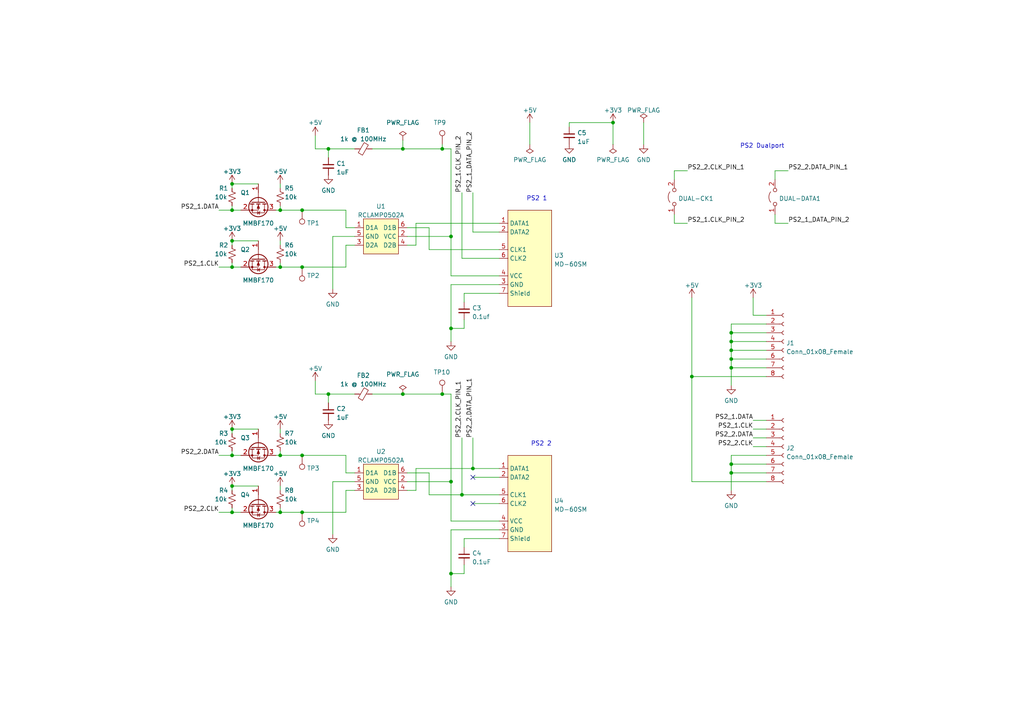
<source format=kicad_sch>
(kicad_sch (version 20211123) (generator eeschema)
  (paper "A4")
  (title_block (title "PS/2 Breakout board"))
  (lib_symbols
    (symbol "Connector:Conn_01x08_Female" (pin_names (offset 1.016) hide)
      (property "Reference" "J" (at 0 10.16 0))
      (property "Value" "Conn_01x08_Female" (at 0 -12.7 0))
      (symbol "Conn_01x08_Female_1_1"
        (arc (start 0 -9.652) (mid -0.508 -10.16) (end 0 -10.668) (stroke (width 0.1524)))
        (arc (start 0 -7.112) (mid -0.508 -7.62) (end 0 -8.128) (stroke (width 0.1524)))
        (arc (start 0 -4.572) (mid -0.508 -5.08) (end 0 -5.588) (stroke (width 0.1524)))
        (arc (start 0 -2.032) (mid -0.508 -2.54) (end 0 -3.048) (stroke (width 0.1524)))
        (polyline (pts (xy -1.27 -10.16) (xy -0.508 -10.16)) (stroke (width 0.1524)))
        (polyline (pts (xy -1.27 -7.62) (xy -0.508 -7.62)) (stroke (width 0.1524)))
        (polyline (pts (xy -1.27 -5.08) (xy -0.508 -5.08)) (stroke (width 0.1524)))
        (polyline (pts (xy -1.27 -2.54) (xy -0.508 -2.54)) (stroke (width 0.1524)))
        (polyline (pts (xy -1.27 0) (xy -0.508 0)) (stroke (width 0.1524)))
        (polyline (pts (xy -1.27 2.54) (xy -0.508 2.54)) (stroke (width 0.1524)))
        (polyline (pts (xy -1.27 5.08) (xy -0.508 5.08)) (stroke (width 0.1524)))
        (polyline (pts (xy -1.27 7.62) (xy -0.508 7.62)) (stroke (width 0.1524)))
        (arc (start 0 0.508) (mid -0.508 0) (end 0 -0.508) (stroke (width 0.1524)))
        (arc (start 0 3.048) (mid -0.508 2.54) (end 0 2.032) (stroke (width 0.1524)))
        (arc (start 0 5.588) (mid -0.508 5.08) (end 0 4.572) (stroke (width 0.1524)))
        (arc (start 0 8.128) (mid -0.508 7.62) (end 0 7.112) (stroke (width 0.1524)))
        (pin passive line (at -5.08 7.62 0) (length 3.81) (name "Pin_1") (number "1"))
        (pin passive line (at -5.08 5.08 0) (length 3.81) (name "Pin_2") (number "2"))
        (pin passive line (at -5.08 2.54 0) (length 3.81) (name "Pin_3") (number "3"))
        (pin passive line (at -5.08 0 0) (length 3.81) (name "Pin_4") (number "4"))
        (pin passive line (at -5.08 -2.54 0) (length 3.81) (name "Pin_5") (number "5"))
        (pin passive line (at -5.08 -5.08 0) (length 3.81) (name "Pin_6") (number "6"))
        (pin passive line (at -5.08 -7.62 0) (length 3.81) (name "Pin_7") (number "7"))
        (pin passive line (at -5.08 -10.16 0) (length 3.81) (name "Pin_8") (number "8"))
      )
    )
    (symbol "Connector:TestPoint" (pin_numbers hide) (pin_names (offset 0.762) hide)
      (property "Reference" "TP" (at 0 6.858 0))
      (property "Value" "TestPoint" (at 0 5.08 0))
      (symbol "TestPoint_0_1"
        (circle (center 0 3.302) (radius 0.762))
      )
      (symbol "TestPoint_1_1"
        (pin passive line (at 0 0 90) (length 2.54) (name "1") (number "1"))
      )
    )
    (symbol "Device:C_Small" (pin_numbers hide) (pin_names (offset 0.254) hide)
      (property "Reference" "C" (at 0.254 1.778 0))
      (property "Value" "C_Small" (at 0.254 -2.032 0))
      (symbol "C_Small_0_1"
        (polyline (pts (xy -1.524 -0.508) (xy 1.524 -0.508)) (stroke (width 0.3302)))
        (polyline (pts (xy -1.524 0.508) (xy 1.524 0.508)) (stroke (width 0.3048)))
      )
      (symbol "C_Small_1_1"
        (pin passive line (at 0 2.54 270) (length 2.032) (name "~") (number "1"))
        (pin passive line (at 0 -2.54 90) (length 2.032) (name "~") (number "2"))
      )
    )
    (symbol "Device:FerriteBead_Small" (pin_numbers hide) (pin_names (offset 0))
      (property "Reference" "FB" (at 1.905 1.27 0))
      (property "Value" "FerriteBead_Small" (at 1.905 -1.27 0))
      (symbol "FerriteBead_Small_0_1"
        (polyline (pts (xy 0 -1.27) (xy 0 -0.7874)))
        (polyline (pts (xy 0 0.889) (xy 0 1.2954)))
        (polyline (pts (xy -1.8288 0.2794) (xy -1.1176 1.4986) (xy 1.8288 -0.2032) (xy 1.1176 -1.4224) (xy -1.8288 0.2794)))
      )
      (symbol "FerriteBead_Small_1_1"
        (pin passive line (at 0 2.54 270) (length 1.27) (name "~") (number "1"))
        (pin passive line (at 0 -2.54 90) (length 1.27) (name "~") (number "2"))
      )
    )
    (symbol "Device:R_Small_US" (pin_numbers hide) (pin_names (offset 0.254) hide)
      (property "Reference" "R" (at 0.762 0.508 0))
      (property "Value" "R_Small_US" (at 0.762 -1.016 0))
      (symbol "R_Small_US_1_1"
        (polyline (pts (xy 0 0) (xy 1.016 -0.381) (xy 0 -0.762) (xy -1.016 -1.143) (xy 0 -1.524)))
        (polyline (pts (xy 0 1.524) (xy 1.016 1.143) (xy 0 0.762) (xy -1.016 0.381) (xy 0 0)))
        (pin passive line (at 0 2.54 270) (length 1.016) (name "~") (number "1"))
        (pin passive line (at 0 -2.54 90) (length 1.016) (name "~") (number "2"))
      )
    )
    (symbol "Jumper:Jumper_2_Open" (pin_names (offset 0) hide)
      (property "Reference" "JP" (at 0 2.794 0))
      (property "Value" "Jumper_2_Open" (at 0 -2.286 0))
      (symbol "Jumper_2_Open_0_0"
        (circle (center -2.032 0) (radius 0.508))
        (circle (center 2.032 0) (radius 0.508))
      )
      (symbol "Jumper_2_Open_0_1"
        (arc (start 1.524 1.27) (mid 0 1.778) (end -1.524 1.27))
      )
      (symbol "Jumper_2_Open_1_1"
        (pin passive line (at -5.08 0 0) (length 2.54) (name "A") (number "1"))
        (pin passive line (at 5.08 0 180) (length 2.54) (name "B") (number "2"))
      )
    )
    (symbol "PS2-symbols:MD-60SM"
      (property "Reference" "U" (at -5.08 16.51 0))
      (property "Value" "MD-60SM" (at 1.27 -16.51 0))
      (symbol "MD-60SM_0_1"
        (rectangle (start -6.35 13.97) (end 6.35 -13.97) (stroke (width 0.1524)) (fill (type background)))
      )
      (symbol "MD-60SM_1_1"
        (pin bidirectional line (at -8.89 10.16 0) (length 2.54) (name "DATA1") (number "1"))
        (pin bidirectional line (at -8.89 7.62 0) (length 2.54) (name "DATA2") (number "2"))
        (pin power_in line (at -8.89 -7.62 0) (length 2.54) (name "GND") (number "3"))
        (pin power_in line (at -8.89 -5.08 0) (length 2.54) (name "VCC") (number "4"))
        (pin input line (at -8.89 2.54 0) (length 2.54) (name "CLK1") (number "5"))
        (pin input line (at -8.89 0 0) (length 2.54) (name "CLK2") (number "6"))
        (pin passive line (at -8.89 -10.16 0) (length 2.54) (name "Shield") (number "7"))
      )
    )
    (symbol "PS2-symbols:RCLAMP0502A"
      (property "Reference" "U" (at -5.08 6.35 0))
      (property "Value" "RCLAMP0502A" (at 0 -6.35 0))
      (symbol "RCLAMP0502A_0_1"
        (rectangle (start -5.08 5.08) (end 5.08 -5.08) (stroke (width 0.1524)) (fill (type background)))
      )
      (symbol "RCLAMP0502A_1_1"
        (pin passive line (at -7.62 2.54 0) (length 2.54) (name "D1A") (number "1"))
        (pin power_in line (at 7.62 0 180) (length 2.54) (name "VCC") (number "2"))
        (pin passive line (at -7.62 -2.54 0) (length 2.54) (name "D2A") (number "3"))
        (pin passive line (at 7.62 -2.54 180) (length 2.54) (name "D2B") (number "4"))
        (pin power_in line (at -7.62 0 0) (length 2.54) (name "GND") (number "5"))
        (pin passive line (at 7.62 2.54 180) (length 2.54) (name "D1B") (number "6"))
      )
    )
    (symbol "Transistor_FET:MMBF170" (pin_names hide)
      (property "Reference" "Q" (at 5.08 1.905 0))
      (property "Value" "MMBF170" (at 5.08 0 0))
      (symbol "MMBF170_0_1"
        (polyline (pts (xy 0.254 0) (xy -2.54 0)))
        (polyline (pts (xy 0.254 1.905) (xy 0.254 -1.905)) (stroke (width 0.254)))
        (polyline (pts (xy 0.762 -1.27) (xy 0.762 -2.286)) (stroke (width 0.254)))
        (polyline (pts (xy 0.762 0.508) (xy 0.762 -0.508)) (stroke (width 0.254)))
        (polyline (pts (xy 0.762 2.286) (xy 0.762 1.27)) (stroke (width 0.254)))
        (polyline (pts (xy 2.54 2.54) (xy 2.54 1.778)))
        (polyline (pts (xy 2.54 -2.54) (xy 2.54 0) (xy 0.762 0)))
        (polyline (pts (xy 0.762 -1.778) (xy 3.302 -1.778) (xy 3.302 1.778) (xy 0.762 1.778)))
        (polyline (pts (xy 1.016 0) (xy 2.032 0.381) (xy 2.032 -0.381) (xy 1.016 0)) (fill (type outline)))
        (polyline (pts (xy 2.794 0.508) (xy 2.921 0.381) (xy 3.683 0.381) (xy 3.81 0.254)))
        (polyline (pts (xy 3.302 0.381) (xy 2.921 -0.254) (xy 3.683 -0.254) (xy 3.302 0.381)))
        (circle (center 1.651 0) (radius 2.794) (stroke (width 0.254)))
        (circle (center 2.54 -1.778) (radius 0.254) (fill (type outline)))
        (circle (center 2.54 1.778) (radius 0.254) (fill (type outline)))
      )
      (symbol "MMBF170_1_1"
        (pin input line (at -5.08 0 0) (length 2.54) (name "G") (number "1"))
        (pin passive line (at 2.54 -5.08 90) (length 2.54) (name "S") (number "2"))
        (pin passive line (at 2.54 5.08 270) (length 2.54) (name "D") (number "3"))
      )
    )
    (symbol "power:+3V3" (power) (pin_names (offset 0))
      (property "Value" "+3V3" (at 0 3.556 0))
      (symbol "+3V3_0_1"
        (polyline (pts (xy -0.762 1.27) (xy 0 2.54)))
        (polyline (pts (xy 0 0) (xy 0 2.54)))
        (polyline (pts (xy 0 2.54) (xy 0.762 1.27)))
      )
      (symbol "+3V3_1_1"
        (pin power_in line (at 0 0 90) (length 0) hide (name "+3V3") (number "1"))
      )
    )
    (symbol "power:+5V" (power) (pin_names (offset 0))
      (property "Value" "+5V" (at 0 3.556 0))
      (symbol "+5V_0_1"
        (polyline (pts (xy -0.762 1.27) (xy 0 2.54)))
        (polyline (pts (xy 0 0) (xy 0 2.54)))
        (polyline (pts (xy 0 2.54) (xy 0.762 1.27)))
      )
      (symbol "+5V_1_1"
        (pin power_in line (at 0 0 90) (length 0) hide (name "+5V") (number "1"))
      )
    )
    (symbol "power:GND" (power) (pin_names (offset 0))
      (property "Value" "GND" (at 0 -3.81 0))
      (symbol "GND_0_1"
        (polyline (pts (xy 0 0) (xy 0 -1.27) (xy 1.27 -1.27) (xy 0 -2.54) (xy -1.27 -1.27) (xy 0 -1.27)))
      )
      (symbol "GND_1_1"
        (pin power_in line (at 0 0 270) (length 0) hide (name "GND") (number "1"))
      )
    )
    (symbol "power:PWR_FLAG" (power) (pin_numbers hide) (pin_names (offset 0) hide)
      (property "Value" "PWR_FLAG" (at 0 3.81 0))
      (symbol "PWR_FLAG_0_0"
        (pin power_out line (at 0 0 90) (length 0) (name "pwr") (number "1"))
      )
      (symbol "PWR_FLAG_0_1"
        (polyline (pts (xy 0 0) (xy 0 1.27) (xy -1.016 1.905) (xy 0 2.54) (xy 1.016 1.905) (xy 0 1.27)))
      )
    )
  )
  (junction (at 128.27 114.3))
  (junction (at 212.09 96.52))
  (junction (at 130.81 95.25))
  (junction (at 95.25 43.18))
  (junction (at 130.81 68.58))
  (junction (at 67.31 69.85))
  (junction (at 116.84 114.3))
  (junction (at 81.28 77.47))
  (junction (at 95.25 114.3))
  (junction (at 212.09 101.6))
  (junction (at 87.63 132.08))
  (junction (at 81.28 148.59))
  (junction (at 116.84 43.18))
  (junction (at 87.63 148.59))
  (junction (at 67.31 60.96))
  (junction (at 67.31 77.47))
  (junction (at 67.31 140.97))
  (junction (at 81.28 60.96))
  (junction (at 67.31 53.34))
  (junction (at 81.28 132.08))
  (junction (at 130.81 139.7))
  (junction (at 212.09 106.68))
  (junction (at 200.66 109.22))
  (junction (at 67.31 148.59))
  (junction (at 67.31 124.46))
  (junction (at 87.63 60.96))
  (junction (at 87.63 77.47))
  (junction (at 212.09 134.62))
  (junction (at 212.09 104.14))
  (junction (at 128.27 43.18))
  (junction (at 177.8 35.56))
  (junction (at 67.31 132.08))
  (junction (at 133.985 143.51))
  (junction (at 137.16 135.89))
  (junction (at 130.81 166.37))
  (junction (at 212.09 99.06))
  (junction (at 212.09 137.16))
  (no_connect (at 137.16 138.43))
  (no_connect (at 137.16 146.05))
  (wire (pts (xy 195.58 52.07) (xy 195.58 49.53)))
  (wire (pts (xy 100.33 71.12) (xy 100.33 77.47)))
  (wire (pts (xy 212.09 104.14) (xy 222.25 104.14)))
  (wire (pts (xy 200.66 109.22) (xy 222.25 109.22)))
  (wire (pts (xy 218.44 86.36) (xy 218.44 91.44)))
  (wire (pts (xy 81.28 77.47) (xy 87.63 77.47)))
  (wire (pts (xy 133.985 143.51) (xy 144.78 143.51)))
  (wire (pts (xy 212.09 99.06) (xy 212.09 101.6)))
  (wire (pts (xy 130.81 151.13) (xy 144.78 151.13)))
  (wire (pts (xy 134.62 95.25) (xy 134.62 92.71)))
  (wire (pts (xy 95.25 114.3) (xy 95.25 116.84)))
  (wire (pts (xy 200.66 86.36) (xy 200.66 109.22)))
  (wire (pts (xy 218.44 127) (xy 222.25 127)))
  (wire (pts (xy 212.09 106.68) (xy 212.09 111.76)))
  (wire (pts (xy 130.81 166.37) (xy 134.62 166.37)))
  (wire (pts (xy 137.16 127) (xy 137.16 135.89)))
  (wire (pts (xy 120.65 135.89) (xy 120.65 142.24)))
  (wire (pts (xy 212.09 137.16) (xy 212.09 142.24)))
  (wire (pts (xy 81.28 60.96) (xy 87.63 60.96)))
  (wire (pts (xy 67.31 140.97) (xy 67.31 142.24)))
  (wire (pts (xy 130.81 114.3) (xy 130.81 139.7)))
  (wire (pts (xy 100.33 132.08) (xy 100.33 137.16)))
  (wire (pts (xy 102.87 142.24) (xy 100.33 142.24)))
  (wire (pts (xy 177.8 35.56) (xy 177.8 41.91)))
  (wire (pts (xy 218.44 129.54) (xy 222.25 129.54)))
  (wire (pts (xy 63.5 148.59) (xy 67.31 148.59)))
  (wire (pts (xy 81.28 148.59) (xy 81.28 147.32)))
  (wire (pts (xy 200.66 139.7) (xy 200.66 109.22)))
  (wire (pts (xy 130.81 153.67) (xy 144.78 153.67)))
  (wire (pts (xy 102.87 66.04) (xy 100.33 66.04)))
  (wire (pts (xy 130.81 82.55) (xy 144.78 82.55)))
  (wire (pts (xy 118.11 66.04) (xy 124.46 66.04)))
  (wire (pts (xy 67.31 69.85) (xy 74.93 69.85)))
  (wire (pts (xy 130.81 153.67) (xy 130.81 166.37)))
  (wire (pts (xy 212.09 137.16) (xy 222.25 137.16)))
  (wire (pts (xy 80.01 60.96) (xy 81.28 60.96)))
  (wire (pts (xy 67.31 77.47) (xy 69.85 77.47)))
  (wire (pts (xy 212.09 132.08) (xy 222.25 132.08)))
  (wire (pts (xy 137.16 55.88) (xy 137.16 67.31)))
  (wire (pts (xy 212.09 132.08) (xy 212.09 134.62)))
  (wire (pts (xy 81.28 53.34) (xy 81.28 54.61)))
  (wire (pts (xy 118.11 68.58) (xy 130.81 68.58)))
  (wire (pts (xy 120.65 64.77) (xy 144.78 64.77)))
  (wire (pts (xy 91.44 114.3) (xy 95.25 114.3)))
  (wire (pts (xy 120.65 64.77) (xy 120.65 71.12)))
  (wire (pts (xy 130.81 95.25) (xy 134.62 95.25)))
  (wire (pts (xy 67.31 130.81) (xy 67.31 132.08)))
  (wire (pts (xy 124.46 66.04) (xy 124.46 72.39)))
  (wire (pts (xy 137.16 135.89) (xy 144.78 135.89)))
  (wire (pts (xy 134.62 156.21) (xy 134.62 158.75)))
  (wire (pts (xy 130.81 151.13) (xy 130.81 139.7)))
  (wire (pts (xy 186.69 35.56) (xy 186.69 41.91)))
  (wire (pts (xy 81.28 60.96) (xy 81.28 59.69)))
  (wire (pts (xy 96.52 68.58) (xy 96.52 83.82)))
  (wire (pts (xy 212.09 101.6) (xy 212.09 104.14)))
  (wire (pts (xy 102.87 68.58) (xy 96.52 68.58)))
  (wire (pts (xy 153.67 35.56) (xy 153.67 41.91)))
  (wire (pts (xy 224.79 62.23) (xy 224.79 64.77)))
  (wire (pts (xy 81.28 77.47) (xy 81.28 76.2)))
  (wire (pts (xy 81.28 132.08) (xy 87.63 132.08)))
  (wire (pts (xy 128.27 114.3) (xy 130.81 114.3)))
  (wire (pts (xy 100.33 60.96) (xy 100.33 66.04)))
  (wire (pts (xy 67.31 140.97) (xy 74.93 140.97)))
  (wire (pts (xy 91.44 110.49) (xy 91.44 114.3)))
  (wire (pts (xy 212.09 99.06) (xy 222.25 99.06)))
  (wire (pts (xy 63.5 60.96) (xy 67.31 60.96)))
  (wire (pts (xy 130.81 166.37) (xy 130.81 170.18)))
  (wire (pts (xy 224.79 52.07) (xy 224.79 49.53)))
  (wire (pts (xy 87.63 77.47) (xy 100.33 77.47)))
  (wire (pts (xy 120.65 135.89) (xy 137.16 135.89)))
  (wire (pts (xy 81.28 132.08) (xy 81.28 130.81)))
  (wire (pts (xy 212.09 93.98) (xy 212.09 96.52)))
  (wire (pts (xy 212.09 134.62) (xy 212.09 137.16)))
  (wire (pts (xy 130.81 82.55) (xy 130.81 95.25)))
  (wire (pts (xy 87.63 148.59) (xy 100.33 148.59)))
  (wire (pts (xy 137.16 67.31) (xy 144.78 67.31)))
  (wire (pts (xy 67.31 132.08) (xy 69.85 132.08)))
  (wire (pts (xy 67.31 69.85) (xy 67.31 71.12)))
  (wire (pts (xy 222.25 93.98) (xy 212.09 93.98)))
  (wire (pts (xy 95.25 43.18) (xy 95.25 45.72)))
  (wire (pts (xy 137.16 138.43) (xy 144.78 138.43)))
  (wire (pts (xy 87.63 60.96) (xy 100.33 60.96)))
  (wire (pts (xy 120.65 71.12) (xy 118.11 71.12)))
  (wire (pts (xy 67.31 60.96) (xy 69.85 60.96)))
  (wire (pts (xy 224.79 64.77) (xy 228.6 64.77)))
  (wire (pts (xy 124.46 137.16) (xy 124.46 143.51)))
  (wire (pts (xy 130.81 80.01) (xy 144.78 80.01)))
  (wire (pts (xy 116.84 114.3) (xy 128.27 114.3)))
  (wire (pts (xy 133.985 127) (xy 133.985 143.51)))
  (wire (pts (xy 67.31 76.2) (xy 67.31 77.47)))
  (wire (pts (xy 63.5 77.47) (xy 67.31 77.47)))
  (wire (pts (xy 91.44 43.18) (xy 95.25 43.18)))
  (wire (pts (xy 133.985 55.88) (xy 133.985 74.93)))
  (wire (pts (xy 80.01 132.08) (xy 81.28 132.08)))
  (wire (pts (xy 63.5 132.08) (xy 67.31 132.08)))
  (wire (pts (xy 134.62 85.09) (xy 144.78 85.09)))
  (wire (pts (xy 67.31 124.46) (xy 74.93 124.46)))
  (wire (pts (xy 130.81 95.25) (xy 130.81 99.06)))
  (wire (pts (xy 91.44 39.37) (xy 91.44 43.18)))
  (wire (pts (xy 96.52 139.7) (xy 96.52 154.94)))
  (wire (pts (xy 95.25 43.18) (xy 102.87 43.18)))
  (wire (pts (xy 67.31 53.34) (xy 74.93 53.34)))
  (wire (pts (xy 67.31 53.34) (xy 67.31 54.61)))
  (wire (pts (xy 102.87 137.16) (xy 100.33 137.16)))
  (wire (pts (xy 128.27 43.18) (xy 130.81 43.18)))
  (wire (pts (xy 81.28 148.59) (xy 87.63 148.59)))
  (wire (pts (xy 118.11 139.7) (xy 130.81 139.7)))
  (wire (pts (xy 130.81 43.18) (xy 130.81 68.58)))
  (wire (pts (xy 165.1 35.56) (xy 177.8 35.56)))
  (wire (pts (xy 218.44 121.92) (xy 222.25 121.92)))
  (wire (pts (xy 81.28 124.46) (xy 81.28 125.73)))
  (wire (pts (xy 116.84 40.64) (xy 116.84 43.18)))
  (wire (pts (xy 100.33 142.24) (xy 100.33 148.59)))
  (wire (pts (xy 67.31 124.46) (xy 67.31 125.73)))
  (wire (pts (xy 134.62 85.09) (xy 134.62 87.63)))
  (wire (pts (xy 218.44 124.46) (xy 222.25 124.46)))
  (wire (pts (xy 195.58 62.23) (xy 195.58 64.77)))
  (wire (pts (xy 81.28 140.97) (xy 81.28 142.24)))
  (wire (pts (xy 137.16 146.05) (xy 144.78 146.05)))
  (wire (pts (xy 67.31 59.69) (xy 67.31 60.96)))
  (wire (pts (xy 134.62 166.37) (xy 134.62 163.83)))
  (wire (pts (xy 212.09 96.52) (xy 212.09 99.06)))
  (wire (pts (xy 118.11 137.16) (xy 124.46 137.16)))
  (wire (pts (xy 67.31 147.32) (xy 67.31 148.59)))
  (wire (pts (xy 95.25 114.3) (xy 102.87 114.3)))
  (wire (pts (xy 212.09 96.52) (xy 222.25 96.52)))
  (wire (pts (xy 218.44 91.44) (xy 222.25 91.44)))
  (wire (pts (xy 212.09 104.14) (xy 212.09 106.68)))
  (wire (pts (xy 128.27 41.91) (xy 128.27 43.18)))
  (wire (pts (xy 134.62 156.21) (xy 144.78 156.21)))
  (wire (pts (xy 80.01 148.59) (xy 81.28 148.59)))
  (wire (pts (xy 130.81 80.01) (xy 130.81 68.58)))
  (wire (pts (xy 222.25 139.7) (xy 200.66 139.7)))
  (wire (pts (xy 124.46 72.39) (xy 144.78 72.39)))
  (wire (pts (xy 224.79 49.53) (xy 228.6 49.53)))
  (wire (pts (xy 165.1 36.83) (xy 165.1 35.56)))
  (wire (pts (xy 124.46 143.51) (xy 133.985 143.51)))
  (wire (pts (xy 87.63 132.08) (xy 100.33 132.08)))
  (wire (pts (xy 195.58 64.77) (xy 199.39 64.77)))
  (wire (pts (xy 80.01 77.47) (xy 81.28 77.47)))
  (wire (pts (xy 102.87 139.7) (xy 96.52 139.7)))
  (wire (pts (xy 212.09 106.68) (xy 222.25 106.68)))
  (wire (pts (xy 118.11 142.24) (xy 120.65 142.24)))
  (wire (pts (xy 107.95 43.18) (xy 116.84 43.18)))
  (wire (pts (xy 81.28 69.85) (xy 81.28 71.12)))
  (wire (pts (xy 116.84 43.18) (xy 128.27 43.18)))
  (wire (pts (xy 212.09 134.62) (xy 222.25 134.62)))
  (wire (pts (xy 133.985 74.93) (xy 144.78 74.93)))
  (wire (pts (xy 102.87 71.12) (xy 100.33 71.12)))
  (wire (pts (xy 67.31 148.59) (xy 69.85 148.59)))
  (wire (pts (xy 212.09 101.6) (xy 222.25 101.6)))
  (wire (pts (xy 107.95 114.3) (xy 116.84 114.3)))
  (wire (pts (xy 195.58 49.53) (xy 199.39 49.53)))
  (text "PS2 1" (at 158.75 58.42 180) (effects (font (size 1.27 1.27)) (justify right bottom)))
  (text "PS2 Dualport" (at 214.63 43.18 0) (effects (font (size 1.27 1.27)) (justify left bottom)))
  (text "PS2 2" (at 160.02 129.54 180) (effects (font (size 1.27 1.27)) (justify right bottom)))
  (label "PS2_1.CLK_PIN_2" (at 133.985 55.88 90))
  (label "PS2_2.DATA" (at 63.5 132.08 180))
  (label "PS2_1.CLK" (at 218.44 124.46 180))
  (label "PS2_2.CLK" (at 63.5 148.59 180))
  (label "PS2_1.DATA" (at 218.44 121.92 180))
  (label "PS2_2.CLK_PIN_1" (at 199.39 49.53 0))
  (label "PS2_1.CLK_PIN_2" (at 199.39 64.77 0))
  (label "PS2_2.CLK_PIN_1" (at 133.985 127 90))
  (label "PS2_1_DATA_PIN_2" (at 228.6 64.77 0))
  (label "PS2_1_DATA_PIN_2" (at 137.16 55.88 90))
  (label "PS2_1.DATA" (at 63.5 60.96 180))
  (label "PS2_2.CLK" (at 218.44 129.54 180))
  (label "PS2_2.DATA" (at 218.44 127 180))
  (label "PS2_2.DATA_PIN_1" (at 137.16 127 90))
  (label "PS2_1.CLK" (at 63.5 77.47 180))
  (label "PS2_2.DATA_PIN_1" (at 228.6 49.53 0))
  (symbol (lib_id "Transistor_FET:MMBF170") (at 74.93 129.54 270) (unit 1)
    (property "Reference" "Q3" (at 71.12 127 90))
    (property "Value" "MMBF170" (at 74.93 135.89 90))
    (property "Footprint" "Package_TO_SOT_SMD:SOT-23" (effects hide))
    (property "Datasheet" "https://www.diodes.com/assets/Datasheets/ds30104.pdf" (effects hide))
  )
  (symbol (lib_id "Device:R_Small_US") (at 81.28 73.66 0) (unit 1)
    (property "Reference" "R6" (at 82.55 71.12 0) (effects (justify left)))
    (property "Value" "10k" (at 82.55 73.66 0) (effects (justify left)))
    (property "Footprint" "Resistor_SMD:R_0603_1608Metric" (effects hide))
  )
  (symbol (lib_id "Device:R_Small_US") (at 81.28 144.78 0) (unit 1)
    (property "Reference" "R8" (at 82.55 142.24 0) (effects (justify left)))
    (property "Value" "10k" (at 82.55 144.78 0) (effects (justify left)))
    (property "Footprint" "Resistor_SMD:R_0603_1608Metric" (effects hide))
  )
  (symbol (lib_id "power:+5V") (at 81.28 124.46 0) (unit 1)
    (property "Reference" "#PWR07" (effects hide))
    (property "Value" "+5V" (at 81.28 120.8842 0))
  )
  (symbol (lib_id "Device:C_Small") (at 95.25 48.26 0) (unit 1)
    (property "Reference" "C1" (at 97.5741 47.4316 0) (effects (justify left)))
    (property "Value" "1uF" (at 97.5741 49.9685 0) (effects (justify left)))
    (property "Footprint" "Capacitor_SMD:C_0805_2012Metric" (effects hide))
  )
  (symbol (lib_id "power:+5V") (at 153.67 35.56 0) (unit 1)
    (property "Reference" "#PWR018" (effects hide))
    (property "Value" "+5V" (at 153.67 31.9842 0))
  )
  (symbol (lib_id "power:+5V") (at 81.28 140.97 0) (unit 1)
    (property "Reference" "#PWR08" (effects hide))
    (property "Value" "+5V" (at 81.28 137.3942 0))
  )
  (symbol (lib_id "Transistor_FET:MMBF170") (at 74.93 58.42 270) (unit 1)
    (property "Reference" "Q1" (at 71.12 55.88 90))
    (property "Value" "MMBF170" (at 74.93 64.77 90))
    (property "Footprint" "Package_TO_SOT_SMD:SOT-23" (effects hide))
    (property "Datasheet" "https://www.diodes.com/assets/Datasheets/ds30104.pdf" (effects hide))
  )
  (symbol (lib_id "Device:C_Small") (at 165.1 39.37 0) (unit 1)
    (property "Reference" "C5" (at 167.4241 38.5416 0) (effects (justify left)))
    (property "Value" "1uF" (at 167.4241 41.0785 0) (effects (justify left)))
    (property "Footprint" "Capacitor_SMD:C_0805_2012Metric" (effects hide))
  )
  (symbol (lib_id "power:+3V3") (at 67.31 69.85 0) (unit 1)
    (property "Reference" "#PWR02" (effects hide))
    (property "Value" "+3V3" (at 67.31 66.2742 0))
  )
  (symbol (lib_id "Connector:Conn_01x08_Female") (at 227.33 129.54 0) (unit 1)
    (property "Reference" "J2" (at 228.0412 129.9753 0) (effects (justify left)))
    (property "Value" "Conn_01x08_Female" (at 228.0412 132.5122 0) (effects (justify left)))
    (property "Footprint" "Connector_PinHeader_2.54mm:PinHeader_1x08_P2.54mm_Vertical" (effects hide))
  )
  (symbol (lib_id "Device:R_Small_US") (at 67.31 144.78 0) (unit 1)
    (property "Reference" "R4" (at 63.5 142.24 0) (effects (justify left)))
    (property "Value" "10k" (at 62.23 144.78 0) (effects (justify left)))
    (property "Footprint" "Resistor_SMD:R_0603_1608Metric" (effects hide))
  )
  (symbol (lib_id "Connector:TestPoint") (at 87.63 77.47 180) (unit 1)
    (property "Reference" "TP2" (at 89.027 79.9373 0) (effects (justify right)))
    (property "Value" "TestPoint" (effects hide))
    (property "Footprint" "TestPoint:TestPoint_Pad_D1.0mm" (effects hide))
  )
  (symbol (lib_id "power:PWR_FLAG") (at 116.84 114.3 0) (unit 1)
    (property "Reference" "#FLG02" (effects hide))
    (property "Value" "PWR_FLAG" (at 116.84 108.585 0))
  )
  (symbol (lib_id "power:+3V3") (at 67.31 140.97 0) (unit 1)
    (property "Reference" "#PWR04" (effects hide))
    (property "Value" "+3V3" (at 67.31 137.3942 0))
  )
  (symbol (lib_id "power:+3V3") (at 177.8 35.56 0) (unit 1)
    (property "Reference" "#PWR021" (effects hide))
    (property "Value" "+3V3" (at 177.8 31.9842 0))
  )
  (symbol (lib_id "Device:R_Small_US") (at 67.31 57.15 0) (unit 1)
    (property "Reference" "R1" (at 63.5 54.61 0) (effects (justify left)))
    (property "Value" "10k" (at 62.23 57.15 0) (effects (justify left)))
    (property "Footprint" "Resistor_SMD:R_0603_1608Metric" (effects hide))
  )
  (symbol (lib_id "power:+5V") (at 91.44 39.37 0) (unit 1)
    (property "Reference" "#PWR09" (effects hide))
    (property "Value" "+5V" (at 91.44 35.56 0))
  )
  (symbol (lib_id "Connector:Conn_01x08_Female") (at 227.33 99.06 0) (unit 1)
    (property "Reference" "J1" (at 228.0412 99.4953 0) (effects (justify left)))
    (property "Value" "Conn_01x08_Female" (at 228.0412 102.0322 0) (effects (justify left)))
    (property "Footprint" "Connector_PinHeader_2.54mm:PinHeader_1x08_P2.54mm_Vertical" (effects hide))
  )
  (symbol (lib_id "Device:C_Small") (at 134.62 161.29 0) (unit 1)
    (property "Reference" "C4" (at 136.9441 160.4616 0) (effects (justify left)))
    (property "Value" "0.1uF" (at 136.9441 162.9985 0) (effects (justify left)))
    (property "Footprint" "Capacitor_SMD:C_0603_1608Metric" (effects hide))
  )
  (symbol (lib_id "Connector:TestPoint") (at 87.63 132.08 180) (unit 1)
    (property "Reference" "TP3" (at 89.027 135.8158 0) (effects (justify right)))
    (property "Value" "TestPoint" (effects hide))
    (property "Footprint" "TestPoint:TestPoint_Pad_D1.0mm" (effects hide))
  )
  (symbol (lib_id "Jumper:Jumper_2_Open") (at 195.58 57.15 90) (unit 1)
    (property "Reference" "DUAL-CK1" (at 196.723 57.5838 90) (effects (justify right)))
    (property "Value" "Jumper_2_Open" (effects hide))
    (property "Footprint" "Connector_PinHeader_2.54mm:PinHeader_1x02_P2.54mm_Vertical" (effects hide))
  )
  (symbol (lib_id "Connector:TestPoint") (at 87.63 60.96 180) (unit 1)
    (property "Reference" "TP1" (at 89.027 64.6958 0) (effects (justify right)))
    (property "Value" "TestPoint" (effects hide))
    (property "Footprint" "TestPoint:TestPoint_Pad_D1.0mm" (effects hide))
  )
  (symbol (lib_id "power:+5V") (at 91.44 110.49 0) (unit 1)
    (property "Reference" "#PWR010" (effects hide))
    (property "Value" "+5V" (at 91.44 106.9142 0))
  )
  (symbol (lib_id "power:GND") (at 130.81 99.06 0) (unit 1)
    (property "Reference" "#PWR015" (effects hide))
    (property "Value" "GND" (at 130.81 103.5034 0))
  )
  (symbol (lib_id "Device:FerriteBead_Small") (at 105.41 43.18 90) (unit 1)
    (property "Reference" "FB1" (at 105.3719 37.7784 90))
    (property "Value" "1k @ 100MHz" (at 105.3719 40.3153 90))
    (property "Footprint" "Inductor_SMD:L_0603_1608Metric" (effects hide))
  )
  (symbol (lib_id "Device:R_Small_US") (at 81.28 128.27 0) (unit 1)
    (property "Reference" "R7" (at 82.55 125.73 0) (effects (justify left)))
    (property "Value" "10k" (at 82.55 128.27 0) (effects (justify left)))
    (property "Footprint" "Resistor_SMD:R_0603_1608Metric" (effects hide))
  )
  (symbol (lib_id "power:PWR_FLAG") (at 153.67 41.91 180) (unit 1)
    (property "Reference" "#FLG03" (effects hide))
    (property "Value" "PWR_FLAG" (at 153.67 46.3534 0))
  )
  (symbol (lib_id "Device:FerriteBead_Small") (at 105.41 114.3 90) (unit 1)
    (property "Reference" "FB2" (at 105.3719 108.8984 90))
    (property "Value" "1k @ 100MHz" (at 105.3719 111.4353 90))
    (property "Footprint" "Inductor_SMD:L_0603_1608Metric" (effects hide))
  )
  (symbol (lib_id "power:+3V3") (at 67.31 53.34 0) (unit 1)
    (property "Reference" "#PWR01" (effects hide))
    (property "Value" "+3V3" (at 67.31 49.7642 0))
  )
  (symbol (lib_id "power:PWR_FLAG") (at 186.69 35.56 0) (unit 1)
    (property "Reference" "#FLG05" (effects hide))
    (property "Value" "PWR_FLAG" (at 186.69 31.9842 0))
  )
  (symbol (lib_id "power:PWR_FLAG") (at 177.8 41.91 180) (unit 1)
    (property "Reference" "#FLG04" (effects hide))
    (property "Value" "PWR_FLAG" (at 177.8 46.3534 0))
  )
  (symbol (lib_id "power:+5V") (at 81.28 53.34 0) (unit 1)
    (property "Reference" "#PWR05" (effects hide))
    (property "Value" "+5V" (at 81.28 49.7642 0))
  )
  (symbol (lib_id "Device:R_Small_US") (at 81.28 57.15 0) (unit 1)
    (property "Reference" "R5" (at 82.55 54.61 0) (effects (justify left)))
    (property "Value" "10k" (at 82.55 57.15 0) (effects (justify left)))
    (property "Footprint" "Resistor_SMD:R_0603_1608Metric" (effects hide))
  )
  (symbol (lib_id "power:GND") (at 212.09 142.24 0) (unit 1)
    (property "Reference" "#PWR0101" (effects hide))
    (property "Value" "GND" (at 212.09 146.6834 0))
  )
  (symbol (lib_id "power:GND") (at 130.81 170.18 0) (unit 1)
    (property "Reference" "#PWR016" (effects hide))
    (property "Value" "GND" (at 130.81 174.6234 0))
  )
  (symbol (lib_id "power:+3V3") (at 218.44 86.36 0) (unit 1)
    (property "Reference" "#PWR017" (effects hide))
    (property "Value" "+3V3" (at 218.44 82.7842 0))
  )
  (symbol (lib_id "PS2-symbols:RCLAMP0502A") (at 110.49 68.58 0) (unit 1)
    (property "Reference" "U1" (at 110.49 59.851 0))
    (property "Value" "RCLAMP0502A" (at 110.49 62.3879 0))
    (property "Footprint" "Package_TO_SOT_SMD:SOT-666" (effects hide))
  )
  (symbol (lib_id "power:GND") (at 165.1 41.91 0) (unit 1)
    (property "Reference" "#PWR023" (effects hide))
    (property "Value" "GND" (at 165.1 46.3534 0))
  )
  (symbol (lib_id "power:PWR_FLAG") (at 116.84 40.64 0) (unit 1)
    (property "Reference" "#FLG01" (effects hide))
    (property "Value" "PWR_FLAG" (at 116.84 35.56 0))
  )
  (symbol (lib_id "Connector:TestPoint") (at 128.27 41.91 0) (unit 1)
    (property "Reference" "TP9" (at 125.73 35.56 0) (effects (justify left)))
    (property "Value" "TestPoint" (effects hide))
    (property "Footprint" "TestPoint:TestPoint_Pad_D1.0mm" (effects hide))
  )
  (symbol (lib_id "power:GND") (at 95.25 50.8 0) (unit 1)
    (property "Reference" "#PWR011" (effects hide))
    (property "Value" "GND" (at 95.25 55.2434 0))
  )
  (symbol (lib_id "Device:C_Small") (at 95.25 119.38 0) (unit 1)
    (property "Reference" "C2" (at 97.5741 118.5516 0) (effects (justify left)))
    (property "Value" "1uF" (at 97.5741 121.0885 0) (effects (justify left)))
    (property "Footprint" "Capacitor_SMD:C_0805_2012Metric" (effects hide))
  )
  (symbol (lib_id "Transistor_FET:MMBF170") (at 74.93 74.93 270) (unit 1)
    (property "Reference" "Q2" (at 71.12 72.39 90))
    (property "Value" "MMBF170" (at 74.93 81.28 90))
    (property "Footprint" "Package_TO_SOT_SMD:SOT-23" (effects hide))
    (property "Datasheet" "https://www.diodes.com/assets/Datasheets/ds30104.pdf" (effects hide))
  )
  (symbol (lib_id "Device:R_Small_US") (at 67.31 128.27 0) (unit 1)
    (property "Reference" "R3" (at 63.5 125.73 0) (effects (justify left)))
    (property "Value" "10k" (at 62.23 128.27 0) (effects (justify left)))
    (property "Footprint" "Resistor_SMD:R_0603_1608Metric" (effects hide))
  )
  (symbol (lib_id "PS2-symbols:MD-60SM") (at 153.67 146.05 0) (unit 1)
    (property "Reference" "U4" (at 160.7312 145.2153 0) (effects (justify left)))
    (property "Value" "MD-60SM" (at 160.7312 147.7522 0) (effects (justify left)))
    (property "Footprint" "PS2-footprints:MD-60SM" (effects hide))
  )
  (symbol (lib_id "power:GND") (at 212.09 111.76 0) (unit 1)
    (property "Reference" "#PWR020" (effects hide))
    (property "Value" "GND" (at 212.09 116.2034 0))
  )
  (symbol (lib_id "power:GND") (at 96.52 83.82 0) (unit 1)
    (property "Reference" "#PWR013" (effects hide))
    (property "Value" "GND" (at 96.52 88.2634 0))
  )
  (symbol (lib_id "power:GND") (at 96.52 154.94 0) (unit 1)
    (property "Reference" "#PWR014" (effects hide))
    (property "Value" "GND" (at 96.52 159.3834 0))
  )
  (symbol (lib_id "PS2-symbols:MD-60SM") (at 153.67 74.93 0) (unit 1)
    (property "Reference" "U3" (at 160.7312 74.0953 0) (effects (justify left)))
    (property "Value" "MD-60SM" (at 160.7312 76.6322 0) (effects (justify left)))
    (property "Footprint" "PS2-footprints:MD-60SM" (effects hide))
  )
  (symbol (lib_id "power:GND") (at 95.25 121.92 0) (unit 1)
    (property "Reference" "#PWR012" (effects hide))
    (property "Value" "GND" (at 95.25 126.3634 0))
  )
  (symbol (lib_id "Connector:TestPoint") (at 87.63 148.59 180) (unit 1)
    (property "Reference" "TP4" (at 89.027 151.0573 0) (effects (justify right)))
    (property "Value" "TestPoint" (effects hide))
    (property "Footprint" "TestPoint:TestPoint_Pad_D1.0mm" (effects hide))
  )
  (symbol (lib_id "power:+5V") (at 81.28 69.85 0) (unit 1)
    (property "Reference" "#PWR06" (effects hide))
    (property "Value" "+5V" (at 81.28 66.2742 0))
  )
  (symbol (lib_id "Connector:TestPoint") (at 128.27 114.3 0) (unit 1)
    (property "Reference" "TP10" (at 125.73 107.95 0) (effects (justify left)))
    (property "Value" "TestPoint" (effects hide))
    (property "Footprint" "TestPoint:TestPoint_Pad_D1.0mm" (effects hide))
  )
  (symbol (lib_id "Transistor_FET:MMBF170") (at 74.93 146.05 270) (unit 1)
    (property "Reference" "Q4" (at 71.12 143.51 90))
    (property "Value" "MMBF170" (at 74.93 152.4 90))
    (property "Footprint" "Package_TO_SOT_SMD:SOT-23" (effects hide))
    (property "Datasheet" "https://www.diodes.com/assets/Datasheets/ds30104.pdf" (effects hide))
  )
  (symbol (lib_id "power:+5V") (at 200.66 86.36 0) (unit 1)
    (property "Reference" "#PWR019" (effects hide))
    (property "Value" "+5V" (at 200.66 82.7842 0))
  )
  (symbol (lib_id "Jumper:Jumper_2_Open") (at 224.79 57.15 90) (unit 1)
    (property "Reference" "DUAL-DATA1" (at 225.933 57.5838 90) (effects (justify right)))
    (property "Value" "Jumper_2_Open" (effects hide))
    (property "Footprint" "Connector_PinHeader_2.54mm:PinHeader_1x02_P2.54mm_Vertical" (effects hide))
  )
  (symbol (lib_id "Device:R_Small_US") (at 67.31 73.66 0) (unit 1)
    (property "Reference" "R2" (at 63.5 71.12 0) (effects (justify left)))
    (property "Value" "10k" (at 62.23 73.66 0) (effects (justify left)))
    (property "Footprint" "Resistor_SMD:R_0603_1608Metric" (effects hide))
  )
  (symbol (lib_id "Device:C_Small") (at 134.62 90.17 0) (unit 1)
    (property "Reference" "C3" (at 136.9441 89.3416 0) (effects (justify left)))
    (property "Value" "0.1uf" (at 136.9441 91.8785 0) (effects (justify left)))
    (property "Footprint" "Capacitor_SMD:C_0603_1608Metric" (effects hide))
  )
  (symbol (lib_id "PS2-symbols:RCLAMP0502A") (at 110.49 139.7 0) (unit 1)
    (property "Reference" "U2" (at 110.49 130.971 0))
    (property "Value" "RCLAMP0502A" (at 110.49 133.5079 0))
    (property "Footprint" "Package_TO_SOT_SMD:SOT-666" (effects hide))
  )
  (symbol (lib_id "power:+3V3") (at 67.31 124.46 0) (unit 1)
    (property "Reference" "#PWR03" (effects hide))
    (property "Value" "+3V3" (at 67.31 120.8842 0))
  )
  (symbol (lib_id "power:GND") (at 186.69 41.91 0) (unit 1)
    (property "Reference" "#PWR022" (effects hide))
    (property "Value" "GND" (at 186.69 46.3534 0))
  )
)
</source>
